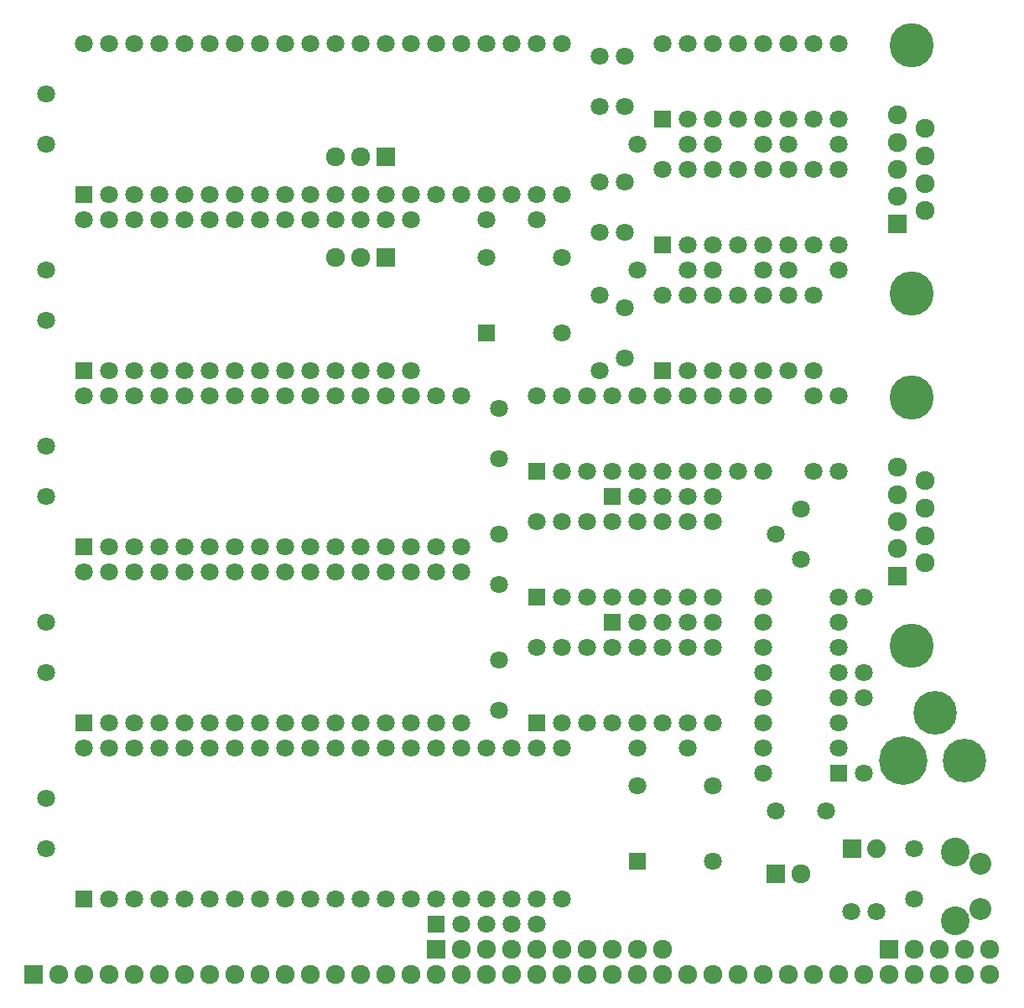
<source format=gbr>
G04 #@! TF.FileFunction,Soldermask,Bot*
%FSLAX46Y46*%
G04 Gerber Fmt 4.6, Leading zero omitted, Abs format (unit mm)*
G04 Created by KiCad (PCBNEW 4.0.7) date 02/07/19 14:19:16*
%MOMM*%
%LPD*%
G01*
G04 APERTURE LIST*
%ADD10C,0.100000*%
%ADD11R,1.924000X1.924000*%
%ADD12C,1.924000*%
%ADD13R,1.797000X1.797000*%
%ADD14C,1.797000*%
%ADD15R,1.890980X1.890980*%
%ADD16C,1.890980*%
%ADD17C,4.448760*%
%ADD18C,4.400000*%
%ADD19C,4.900000*%
%ADD20C,2.899360*%
%ADD21C,2.200860*%
G04 APERTURE END LIST*
D10*
D11*
X165100000Y-172720000D03*
D12*
X167640000Y-172720000D03*
X170180000Y-172720000D03*
X172720000Y-172720000D03*
X175260000Y-172720000D03*
D13*
X83820000Y-96520000D03*
D14*
X86360000Y-96520000D03*
X88900000Y-96520000D03*
X91440000Y-96520000D03*
X93980000Y-96520000D03*
X96520000Y-96520000D03*
X99060000Y-96520000D03*
X101600000Y-96520000D03*
X104140000Y-96520000D03*
X106680000Y-96520000D03*
X109220000Y-96520000D03*
X111760000Y-96520000D03*
X114300000Y-96520000D03*
X116840000Y-96520000D03*
X119380000Y-96520000D03*
X121920000Y-96520000D03*
X124460000Y-96520000D03*
X127000000Y-96520000D03*
X129540000Y-96520000D03*
X132080000Y-96520000D03*
X132080000Y-81280000D03*
X129540000Y-81280000D03*
X127000000Y-81280000D03*
X124460000Y-81280000D03*
X121920000Y-81280000D03*
X119380000Y-81280000D03*
X116840000Y-81280000D03*
X114300000Y-81280000D03*
X111760000Y-81280000D03*
X109220000Y-81280000D03*
X106680000Y-81280000D03*
X104140000Y-81280000D03*
X101600000Y-81280000D03*
X99060000Y-81280000D03*
X96520000Y-81280000D03*
X93980000Y-81280000D03*
X91440000Y-81280000D03*
X88900000Y-81280000D03*
X86360000Y-81280000D03*
X83820000Y-81280000D03*
D13*
X83820000Y-167640000D03*
D14*
X86360000Y-167640000D03*
X88900000Y-167640000D03*
X91440000Y-167640000D03*
X93980000Y-167640000D03*
X96520000Y-167640000D03*
X99060000Y-167640000D03*
X101600000Y-167640000D03*
X104140000Y-167640000D03*
X106680000Y-167640000D03*
X109220000Y-167640000D03*
X111760000Y-167640000D03*
X114300000Y-167640000D03*
X116840000Y-167640000D03*
X119380000Y-167640000D03*
X121920000Y-167640000D03*
X124460000Y-167640000D03*
X127000000Y-167640000D03*
X129540000Y-167640000D03*
X132080000Y-167640000D03*
X132080000Y-152400000D03*
X129540000Y-152400000D03*
X127000000Y-152400000D03*
X124460000Y-152400000D03*
X121920000Y-152400000D03*
X119380000Y-152400000D03*
X116840000Y-152400000D03*
X114300000Y-152400000D03*
X111760000Y-152400000D03*
X109220000Y-152400000D03*
X106680000Y-152400000D03*
X104140000Y-152400000D03*
X101600000Y-152400000D03*
X99060000Y-152400000D03*
X96520000Y-152400000D03*
X93980000Y-152400000D03*
X91440000Y-152400000D03*
X88900000Y-152400000D03*
X86360000Y-152400000D03*
X83820000Y-152400000D03*
X80010000Y-162560000D03*
X80010000Y-157480000D03*
X80010000Y-104140000D03*
X80010000Y-109220000D03*
X80010000Y-91440000D03*
X80010000Y-86360000D03*
X80010000Y-139700000D03*
X80010000Y-144780000D03*
X80010000Y-121920000D03*
X80010000Y-127000000D03*
X158750000Y-158750000D03*
X153670000Y-158750000D03*
X135890000Y-95250000D03*
X135890000Y-100330000D03*
X135890000Y-82550000D03*
X135890000Y-87630000D03*
X125730000Y-118110000D03*
X125730000Y-123190000D03*
X125730000Y-143510000D03*
X125730000Y-148590000D03*
X125730000Y-130810000D03*
X125730000Y-135890000D03*
X138430000Y-107950000D03*
X138430000Y-113030000D03*
X139700000Y-152400000D03*
X144780000Y-152400000D03*
X124460000Y-99060000D03*
X129540000Y-99060000D03*
X167640000Y-167640000D03*
X167640000Y-162560000D03*
X144780000Y-104140000D03*
X139700000Y-104140000D03*
X138430000Y-100330000D03*
X138430000Y-95250000D03*
X152400000Y-104140000D03*
X147320000Y-104140000D03*
X154940000Y-104140000D03*
X160020000Y-104140000D03*
X144780000Y-91440000D03*
X139700000Y-91440000D03*
X138430000Y-87630000D03*
X138430000Y-82550000D03*
X152400000Y-91440000D03*
X147320000Y-91440000D03*
X154940000Y-91440000D03*
X160020000Y-91440000D03*
D15*
X161310000Y-162560000D03*
D16*
X163810000Y-162560000D03*
D11*
X119380000Y-172720000D03*
D12*
X121920000Y-172720000D03*
X124460000Y-172720000D03*
X127000000Y-172720000D03*
X129540000Y-172720000D03*
X132080000Y-172720000D03*
X134620000Y-172720000D03*
X137160000Y-172720000D03*
X139700000Y-172720000D03*
X142240000Y-172720000D03*
D17*
X167322500Y-142034260D03*
X167322500Y-117045740D03*
D11*
X165900100Y-135026400D03*
D12*
X165900100Y-132283200D03*
X165900100Y-129540000D03*
X165900100Y-126796800D03*
X165900100Y-124053600D03*
X168744900Y-125425200D03*
X168744900Y-128168400D03*
X168744900Y-130937000D03*
X168744900Y-133654800D03*
D17*
X167322500Y-106474260D03*
X167322500Y-81485740D03*
D11*
X165900100Y-99466400D03*
D12*
X165900100Y-96723200D03*
X165900100Y-93980000D03*
X165900100Y-91236800D03*
X165900100Y-88493600D03*
X168744900Y-89865200D03*
X168744900Y-92608400D03*
X168744900Y-95377000D03*
X168744900Y-98094800D03*
D18*
X172720000Y-153670000D03*
D19*
X166519860Y-153670000D03*
D18*
X169720260Y-148869400D03*
D13*
X139700000Y-163830000D03*
D14*
X147320000Y-163830000D03*
X147320000Y-156210000D03*
X139700000Y-156210000D03*
D13*
X124460000Y-110490000D03*
D14*
X132080000Y-110490000D03*
X132080000Y-102870000D03*
X124460000Y-102870000D03*
X156210000Y-133350000D03*
X153670000Y-130810000D03*
X156210000Y-128270000D03*
D20*
X171767500Y-169872660D03*
X171767500Y-162872420D03*
D21*
X174266860Y-168622980D03*
X174266860Y-164122100D03*
D13*
X83820000Y-114300000D03*
D14*
X86360000Y-114300000D03*
X88900000Y-114300000D03*
X91440000Y-114300000D03*
X93980000Y-114300000D03*
X96520000Y-114300000D03*
X99060000Y-114300000D03*
X101600000Y-114300000D03*
X104140000Y-114300000D03*
X106680000Y-114300000D03*
X109220000Y-114300000D03*
X111760000Y-114300000D03*
X114300000Y-114300000D03*
X116840000Y-114300000D03*
X116840000Y-99060000D03*
X114300000Y-99060000D03*
X111760000Y-99060000D03*
X109220000Y-99060000D03*
X106680000Y-99060000D03*
X104140000Y-99060000D03*
X101600000Y-99060000D03*
X99060000Y-99060000D03*
X96520000Y-99060000D03*
X93980000Y-99060000D03*
X91440000Y-99060000D03*
X88900000Y-99060000D03*
X86360000Y-99060000D03*
X83820000Y-99060000D03*
D13*
X83820000Y-149860000D03*
D14*
X86360000Y-149860000D03*
X88900000Y-149860000D03*
X91440000Y-149860000D03*
X93980000Y-149860000D03*
X96520000Y-149860000D03*
X99060000Y-149860000D03*
X101600000Y-149860000D03*
X104140000Y-149860000D03*
X106680000Y-149860000D03*
X109220000Y-149860000D03*
X111760000Y-149860000D03*
X114300000Y-149860000D03*
X116840000Y-149860000D03*
X119380000Y-149860000D03*
X121920000Y-149860000D03*
X121920000Y-134620000D03*
X119380000Y-134620000D03*
X116840000Y-134620000D03*
X114300000Y-134620000D03*
X111760000Y-134620000D03*
X109220000Y-134620000D03*
X106680000Y-134620000D03*
X104140000Y-134620000D03*
X101600000Y-134620000D03*
X99060000Y-134620000D03*
X96520000Y-134620000D03*
X93980000Y-134620000D03*
X91440000Y-134620000D03*
X88900000Y-134620000D03*
X86360000Y-134620000D03*
X83820000Y-134620000D03*
D13*
X83820000Y-132080000D03*
D14*
X86360000Y-132080000D03*
X88900000Y-132080000D03*
X91440000Y-132080000D03*
X93980000Y-132080000D03*
X96520000Y-132080000D03*
X99060000Y-132080000D03*
X101600000Y-132080000D03*
X104140000Y-132080000D03*
X106680000Y-132080000D03*
X109220000Y-132080000D03*
X111760000Y-132080000D03*
X114300000Y-132080000D03*
X116840000Y-132080000D03*
X119380000Y-132080000D03*
X121920000Y-132080000D03*
X121920000Y-116840000D03*
X119380000Y-116840000D03*
X116840000Y-116840000D03*
X114300000Y-116840000D03*
X111760000Y-116840000D03*
X109220000Y-116840000D03*
X106680000Y-116840000D03*
X104140000Y-116840000D03*
X101600000Y-116840000D03*
X99060000Y-116840000D03*
X96520000Y-116840000D03*
X93980000Y-116840000D03*
X91440000Y-116840000D03*
X88900000Y-116840000D03*
X86360000Y-116840000D03*
X83820000Y-116840000D03*
D13*
X160020000Y-154940000D03*
D14*
X160020000Y-152400000D03*
X160020000Y-149860000D03*
X160020000Y-147320000D03*
X160020000Y-144780000D03*
X160020000Y-142240000D03*
X160020000Y-139700000D03*
X160020000Y-137160000D03*
X152400000Y-137160000D03*
X152400000Y-139700000D03*
X152400000Y-142240000D03*
X152400000Y-144780000D03*
X152400000Y-147320000D03*
X152400000Y-149860000D03*
X152400000Y-152400000D03*
X152400000Y-154940000D03*
D13*
X142240000Y-101600000D03*
D14*
X144780000Y-101600000D03*
X147320000Y-101600000D03*
X149860000Y-101600000D03*
X152400000Y-101600000D03*
X154940000Y-101600000D03*
X157480000Y-101600000D03*
X160020000Y-101600000D03*
X160020000Y-93980000D03*
X157480000Y-93980000D03*
X154940000Y-93980000D03*
X152400000Y-93980000D03*
X149860000Y-93980000D03*
X147320000Y-93980000D03*
X144780000Y-93980000D03*
X142240000Y-93980000D03*
D13*
X142240000Y-88900000D03*
D14*
X144780000Y-88900000D03*
X147320000Y-88900000D03*
X149860000Y-88900000D03*
X152400000Y-88900000D03*
X154940000Y-88900000D03*
X157480000Y-88900000D03*
X160020000Y-88900000D03*
X160020000Y-81280000D03*
X157480000Y-81280000D03*
X154940000Y-81280000D03*
X152400000Y-81280000D03*
X149860000Y-81280000D03*
X147320000Y-81280000D03*
X144780000Y-81280000D03*
X142240000Y-81280000D03*
D13*
X129540000Y-124460000D03*
D14*
X132080000Y-124460000D03*
X134620000Y-124460000D03*
X137160000Y-124460000D03*
X139700000Y-124460000D03*
X142240000Y-124460000D03*
X144780000Y-124460000D03*
X147320000Y-124460000D03*
X149860000Y-124460000D03*
X152400000Y-124460000D03*
X152400000Y-116840000D03*
X149860000Y-116840000D03*
X147320000Y-116840000D03*
X144780000Y-116840000D03*
X142240000Y-116840000D03*
X139700000Y-116840000D03*
X137160000Y-116840000D03*
X134620000Y-116840000D03*
X132080000Y-116840000D03*
X129540000Y-116840000D03*
D13*
X129540000Y-149860000D03*
D14*
X132080000Y-149860000D03*
X134620000Y-149860000D03*
X137160000Y-149860000D03*
X139700000Y-149860000D03*
X142240000Y-149860000D03*
X144780000Y-149860000D03*
X147320000Y-149860000D03*
X147320000Y-142240000D03*
X144780000Y-142240000D03*
X142240000Y-142240000D03*
X139700000Y-142240000D03*
X137160000Y-142240000D03*
X134620000Y-142240000D03*
X132080000Y-142240000D03*
X129540000Y-142240000D03*
D13*
X129540000Y-137160000D03*
D14*
X132080000Y-137160000D03*
X134620000Y-137160000D03*
X137160000Y-137160000D03*
X139700000Y-137160000D03*
X142240000Y-137160000D03*
X144780000Y-137160000D03*
X147320000Y-137160000D03*
X147320000Y-129540000D03*
X144780000Y-129540000D03*
X142240000Y-129540000D03*
X139700000Y-129540000D03*
X137160000Y-129540000D03*
X134620000Y-129540000D03*
X132080000Y-129540000D03*
X129540000Y-129540000D03*
D13*
X142240000Y-114300000D03*
D14*
X144780000Y-114300000D03*
X147320000Y-114300000D03*
X149860000Y-114300000D03*
X152400000Y-114300000D03*
X154940000Y-114300000D03*
X157480000Y-114300000D03*
X157480000Y-106680000D03*
X154940000Y-106680000D03*
X152400000Y-106680000D03*
X149860000Y-106680000D03*
X147320000Y-106680000D03*
X144780000Y-106680000D03*
X142240000Y-106680000D03*
D11*
X153670000Y-165100000D03*
D12*
X156210000Y-165100000D03*
D14*
X157480000Y-124460000D03*
X157480000Y-116840000D03*
X160020000Y-124460000D03*
X160020000Y-116840000D03*
D11*
X78740000Y-175260000D03*
D12*
X81280000Y-175260000D03*
X83820000Y-175260000D03*
X86360000Y-175260000D03*
X88900000Y-175260000D03*
X91440000Y-175260000D03*
X93980000Y-175260000D03*
X96520000Y-175260000D03*
X99060000Y-175260000D03*
X101600000Y-175260000D03*
X104140000Y-175260000D03*
X106680000Y-175260000D03*
X109220000Y-175260000D03*
X111760000Y-175260000D03*
X114300000Y-175260000D03*
X116840000Y-175260000D03*
X119380000Y-175260000D03*
X121920000Y-175260000D03*
X124460000Y-175260000D03*
X127000000Y-175260000D03*
X129540000Y-175260000D03*
X132080000Y-175260000D03*
X134620000Y-175260000D03*
X137160000Y-175260000D03*
X139700000Y-175260000D03*
X142240000Y-175260000D03*
X144780000Y-175260000D03*
X147320000Y-175260000D03*
X149860000Y-175260000D03*
X152400000Y-175260000D03*
X154940000Y-175260000D03*
X157480000Y-175260000D03*
X160020000Y-175260000D03*
X162560000Y-175260000D03*
X165100000Y-175260000D03*
X167640000Y-175260000D03*
X170180000Y-175260000D03*
X172720000Y-175260000D03*
X175260000Y-175260000D03*
D13*
X137160000Y-139700000D03*
D14*
X139700000Y-139700000D03*
X142240000Y-139700000D03*
X144780000Y-139700000D03*
X147320000Y-139700000D03*
D13*
X137160000Y-127000000D03*
D14*
X139700000Y-127000000D03*
X142240000Y-127000000D03*
X144780000Y-127000000D03*
X147320000Y-127000000D03*
D11*
X114300000Y-102870000D03*
D12*
X111760000Y-102870000D03*
X109220000Y-102870000D03*
D11*
X114300000Y-92710000D03*
D12*
X111760000Y-92710000D03*
X109220000Y-92710000D03*
D14*
X161290000Y-168910000D03*
X163830000Y-168910000D03*
X162560000Y-147320000D03*
X162560000Y-154940000D03*
D13*
X119380000Y-170180000D03*
D14*
X121920000Y-170180000D03*
X124460000Y-170180000D03*
X127000000Y-170180000D03*
X129540000Y-170180000D03*
X162560000Y-144780000D03*
X162560000Y-137160000D03*
X135890000Y-114300000D03*
X135890000Y-106680000D03*
M02*

</source>
